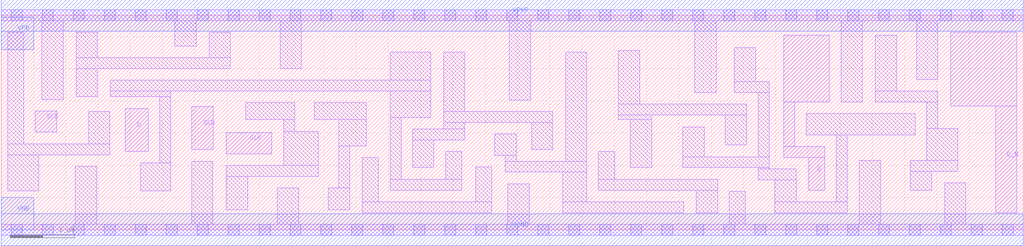
<source format=lef>
# Copyright 2020 The SkyWater PDK Authors
#
# Licensed under the Apache License, Version 2.0 (the "License");
# you may not use this file except in compliance with the License.
# You may obtain a copy of the License at
#
#     https://www.apache.org/licenses/LICENSE-2.0
#
# Unless required by applicable law or agreed to in writing, software
# distributed under the License is distributed on an "AS IS" BASIS,
# WITHOUT WARRANTIES OR CONDITIONS OF ANY KIND, either express or implied.
# See the License for the specific language governing permissions and
# limitations under the License.
#
# SPDX-License-Identifier: Apache-2.0

VERSION 5.5 ;
NAMESCASESENSITIVE ON ;
BUSBITCHARS "[]" ;
DIVIDERCHAR "/" ;
MACRO sky130_fd_sc_lp__sdfxbp_lp
  CLASS CORE ;
  SOURCE USER ;
  ORIGIN  0.000000  0.000000 ;
  SIZE  15.84000 BY  3.330000 ;
  SYMMETRY X Y R90 ;
  SITE unit ;
  PIN D
    ANTENNAGATEAREA  0.313000 ;
    DIRECTION INPUT ;
    USE SIGNAL ;
    PORT
      LAYER li1 ;
        RECT 1.925000 1.215000 2.275000 1.885000 ;
    END
  END D
  PIN Q
    ANTENNADIFFAREA  0.396300 ;
    DIRECTION OUTPUT ;
    USE SIGNAL ;
    PORT
      LAYER li1 ;
        RECT 12.125000 1.125000 12.760000 1.295000 ;
        RECT 12.125000 1.295000 12.295000 1.985000 ;
        RECT 12.125000 1.985000 12.835000 3.025000 ;
        RECT 12.510000 0.615000 12.760000 1.125000 ;
    END
  END Q
  PIN Q_N
    ANTENNADIFFAREA  0.398400 ;
    DIRECTION OUTPUT ;
    USE SIGNAL ;
    PORT
      LAYER li1 ;
        RECT 14.715000 1.920000 15.740000 3.065000 ;
        RECT 15.410000 0.265000 15.740000 1.920000 ;
    END
  END Q_N
  PIN SCD
    ANTENNAGATEAREA  0.313000 ;
    DIRECTION INPUT ;
    USE SIGNAL ;
    PORT
      LAYER li1 ;
        RECT 2.955000 1.245000 3.285000 1.915000 ;
    END
  END SCD
  PIN SCE
    ANTENNAGATEAREA  0.689000 ;
    DIRECTION INPUT ;
    USE SIGNAL ;
    PORT
      LAYER li1 ;
        RECT 0.530000 1.515000 0.860000 1.845000 ;
    END
  END SCE
  PIN CLK
    ANTENNAGATEAREA  0.376000 ;
    DIRECTION INPUT ;
    USE CLOCK ;
    PORT
      LAYER li1 ;
        RECT 3.485000 1.180000 4.195000 1.510000 ;
    END
  END CLK
  PIN VGND
    DIRECTION INOUT ;
    USE GROUND ;
    PORT
      LAYER met1 ;
        RECT 0.000000 -0.245000 15.840000 0.245000 ;
    END
  END VGND
  PIN VNB
    DIRECTION INOUT ;
    USE GROUND ;
    PORT
      LAYER met1 ;
        RECT 0.000000 0.000000 0.500000 0.500000 ;
    END
  END VNB
  PIN VPB
    DIRECTION INOUT ;
    USE POWER ;
    PORT
      LAYER met1 ;
        RECT 0.000000 2.800000 0.500000 3.300000 ;
    END
  END VPB
  PIN VPWR
    DIRECTION INOUT ;
    USE POWER ;
    PORT
      LAYER met1 ;
        RECT 0.000000 3.085000 15.840000 3.575000 ;
    END
  END VPWR
  OBS
    LAYER li1 ;
      RECT  0.000000 -0.085000 15.840000 0.085000 ;
      RECT  0.000000  3.245000 15.840000 3.415000 ;
      RECT  0.100000  0.605000  0.580000 1.165000 ;
      RECT  0.100000  1.165000  1.685000 1.335000 ;
      RECT  0.100000  1.335000  0.350000 3.065000 ;
      RECT  0.630000  2.025000  0.960000 3.245000 ;
      RECT  1.150000  0.085000  1.480000 0.985000 ;
      RECT  1.160000  2.065000  1.490000 2.505000 ;
      RECT  1.160000  2.505000  3.550000 2.675000 ;
      RECT  1.160000  2.675000  1.490000 3.065000 ;
      RECT  1.355000  1.335000  1.685000 1.835000 ;
      RECT  1.690000  2.065000  2.625000 2.155000 ;
      RECT  1.690000  2.155000  6.655000 2.325000 ;
      RECT  2.160000  0.605000  2.625000 1.035000 ;
      RECT  2.455000  1.035000  2.625000 2.065000 ;
      RECT  2.690000  2.855000  3.020000 3.245000 ;
      RECT  2.950000  0.085000  3.280000 1.065000 ;
      RECT  3.220000  2.675000  3.550000 3.065000 ;
      RECT  3.490000  0.310000  3.820000 0.830000 ;
      RECT  3.490000  0.830000  4.910000 1.000000 ;
      RECT  3.790000  1.715000  4.545000 1.975000 ;
      RECT  4.280000  0.085000  4.610000 0.650000 ;
      RECT  4.320000  2.505000  4.650000 3.245000 ;
      RECT  4.375000  1.000000  4.910000 1.530000 ;
      RECT  4.375000  1.530000  4.545000 1.715000 ;
      RECT  4.850000  1.715000  5.660000 1.975000 ;
      RECT  5.070000  0.310000  5.400000 0.650000 ;
      RECT  5.230000  0.650000  5.400000 1.305000 ;
      RECT  5.230000  1.305000  5.660000 1.715000 ;
      RECT  5.595000  0.265000  7.605000 0.435000 ;
      RECT  5.595000  0.435000  5.845000 1.125000 ;
      RECT  6.025000  0.615000  7.135000 0.785000 ;
      RECT  6.025000  0.785000  6.195000 1.745000 ;
      RECT  6.025000  1.745000  6.655000 2.155000 ;
      RECT  6.025000  2.325000  6.655000 2.755000 ;
      RECT  6.375000  0.965000  6.705000 1.395000 ;
      RECT  6.375000  1.395000  7.185000 1.565000 ;
      RECT  6.855000  1.565000  7.185000 1.665000 ;
      RECT  6.855000  1.665000  8.550000 1.835000 ;
      RECT  6.855000  1.835000  7.185000 2.755000 ;
      RECT  6.885000  0.785000  7.135000 1.215000 ;
      RECT  7.355000  0.435000  7.605000 0.975000 ;
      RECT  7.650000  1.155000  7.980000 1.485000 ;
      RECT  7.810000  0.895000  9.075000 1.065000 ;
      RECT  7.810000  1.065000  7.980000 1.155000 ;
      RECT  7.850000  0.085000  8.180000 0.715000 ;
      RECT  7.875000  2.015000  8.205000 3.245000 ;
      RECT  8.220000  1.245000  8.550000 1.665000 ;
      RECT  8.705000  0.265000 10.575000 0.435000 ;
      RECT  8.705000  0.435000  9.075000 0.895000 ;
      RECT  8.745000  1.065000  9.075000 2.755000 ;
      RECT  9.255000  0.615000 11.100000 0.785000 ;
      RECT  9.255000  0.785000  9.505000 1.215000 ;
      RECT  9.565000  1.715000 10.080000 1.780000 ;
      RECT  9.565000  1.780000 11.550000 1.950000 ;
      RECT  9.565000  1.950000  9.895000 2.780000 ;
      RECT  9.750000  0.965000 10.080000 1.715000 ;
      RECT 10.565000  0.965000 11.900000 1.135000 ;
      RECT 10.565000  1.135000 10.895000 1.600000 ;
      RECT 10.750000  2.130000 11.080000 3.245000 ;
      RECT 10.770000  0.265000 11.100000 0.615000 ;
      RECT 11.220000  1.315000 11.550000 1.780000 ;
      RECT 11.280000  0.085000 11.530000 0.595000 ;
      RECT 11.360000  2.130000 11.900000 2.300000 ;
      RECT 11.360000  2.300000 11.690000 2.825000 ;
      RECT 11.730000  0.775000 12.320000 0.945000 ;
      RECT 11.730000  0.945000 11.900000 0.965000 ;
      RECT 11.730000  1.135000 11.900000 2.130000 ;
      RECT 11.990000  0.265000 13.110000 0.435000 ;
      RECT 11.990000  0.435000 12.320000 0.775000 ;
      RECT 12.475000  1.475000 14.165000 1.805000 ;
      RECT 12.940000  0.435000 13.110000 1.475000 ;
      RECT 13.015000  1.985000 13.345000 3.245000 ;
      RECT 13.300000  0.085000 13.630000 1.075000 ;
      RECT 13.545000  1.985000 14.515000 2.155000 ;
      RECT 13.545000  2.155000 13.875000 3.025000 ;
      RECT 14.090000  0.615000 14.420000 0.905000 ;
      RECT 14.090000  0.905000 14.825000 1.075000 ;
      RECT 14.185000  2.335000 14.515000 3.245000 ;
      RECT 14.345000  1.075000 14.825000 1.575000 ;
      RECT 14.345000  1.575000 14.515000 1.985000 ;
      RECT 14.620000  0.085000 14.950000 0.725000 ;
    LAYER mcon ;
      RECT  0.155000 -0.085000  0.325000 0.085000 ;
      RECT  0.155000  3.245000  0.325000 3.415000 ;
      RECT  0.635000 -0.085000  0.805000 0.085000 ;
      RECT  0.635000  3.245000  0.805000 3.415000 ;
      RECT  1.115000 -0.085000  1.285000 0.085000 ;
      RECT  1.115000  3.245000  1.285000 3.415000 ;
      RECT  1.595000 -0.085000  1.765000 0.085000 ;
      RECT  1.595000  3.245000  1.765000 3.415000 ;
      RECT  2.075000 -0.085000  2.245000 0.085000 ;
      RECT  2.075000  3.245000  2.245000 3.415000 ;
      RECT  2.555000 -0.085000  2.725000 0.085000 ;
      RECT  2.555000  3.245000  2.725000 3.415000 ;
      RECT  3.035000 -0.085000  3.205000 0.085000 ;
      RECT  3.035000  3.245000  3.205000 3.415000 ;
      RECT  3.515000 -0.085000  3.685000 0.085000 ;
      RECT  3.515000  3.245000  3.685000 3.415000 ;
      RECT  3.995000 -0.085000  4.165000 0.085000 ;
      RECT  3.995000  3.245000  4.165000 3.415000 ;
      RECT  4.475000 -0.085000  4.645000 0.085000 ;
      RECT  4.475000  3.245000  4.645000 3.415000 ;
      RECT  4.955000 -0.085000  5.125000 0.085000 ;
      RECT  4.955000  3.245000  5.125000 3.415000 ;
      RECT  5.435000 -0.085000  5.605000 0.085000 ;
      RECT  5.435000  3.245000  5.605000 3.415000 ;
      RECT  5.915000 -0.085000  6.085000 0.085000 ;
      RECT  5.915000  3.245000  6.085000 3.415000 ;
      RECT  6.395000 -0.085000  6.565000 0.085000 ;
      RECT  6.395000  3.245000  6.565000 3.415000 ;
      RECT  6.875000 -0.085000  7.045000 0.085000 ;
      RECT  6.875000  3.245000  7.045000 3.415000 ;
      RECT  7.355000 -0.085000  7.525000 0.085000 ;
      RECT  7.355000  3.245000  7.525000 3.415000 ;
      RECT  7.835000 -0.085000  8.005000 0.085000 ;
      RECT  7.835000  3.245000  8.005000 3.415000 ;
      RECT  8.315000 -0.085000  8.485000 0.085000 ;
      RECT  8.315000  3.245000  8.485000 3.415000 ;
      RECT  8.795000 -0.085000  8.965000 0.085000 ;
      RECT  8.795000  3.245000  8.965000 3.415000 ;
      RECT  9.275000 -0.085000  9.445000 0.085000 ;
      RECT  9.275000  3.245000  9.445000 3.415000 ;
      RECT  9.755000 -0.085000  9.925000 0.085000 ;
      RECT  9.755000  3.245000  9.925000 3.415000 ;
      RECT 10.235000 -0.085000 10.405000 0.085000 ;
      RECT 10.235000  3.245000 10.405000 3.415000 ;
      RECT 10.715000 -0.085000 10.885000 0.085000 ;
      RECT 10.715000  3.245000 10.885000 3.415000 ;
      RECT 11.195000 -0.085000 11.365000 0.085000 ;
      RECT 11.195000  3.245000 11.365000 3.415000 ;
      RECT 11.675000 -0.085000 11.845000 0.085000 ;
      RECT 11.675000  3.245000 11.845000 3.415000 ;
      RECT 12.155000 -0.085000 12.325000 0.085000 ;
      RECT 12.155000  3.245000 12.325000 3.415000 ;
      RECT 12.635000 -0.085000 12.805000 0.085000 ;
      RECT 12.635000  3.245000 12.805000 3.415000 ;
      RECT 13.115000 -0.085000 13.285000 0.085000 ;
      RECT 13.115000  3.245000 13.285000 3.415000 ;
      RECT 13.595000 -0.085000 13.765000 0.085000 ;
      RECT 13.595000  3.245000 13.765000 3.415000 ;
      RECT 14.075000 -0.085000 14.245000 0.085000 ;
      RECT 14.075000  3.245000 14.245000 3.415000 ;
      RECT 14.555000 -0.085000 14.725000 0.085000 ;
      RECT 14.555000  3.245000 14.725000 3.415000 ;
      RECT 15.035000 -0.085000 15.205000 0.085000 ;
      RECT 15.035000  3.245000 15.205000 3.415000 ;
      RECT 15.515000 -0.085000 15.685000 0.085000 ;
      RECT 15.515000  3.245000 15.685000 3.415000 ;
  END
END sky130_fd_sc_lp__sdfxbp_lp

</source>
